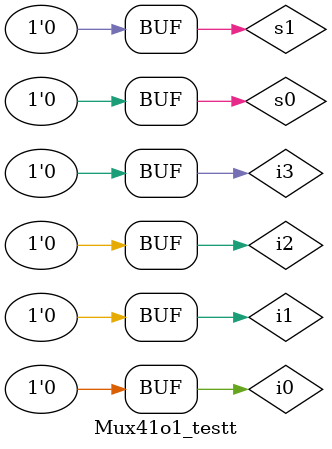
<source format=v>
`timescale 1ns / 1ps


module Mux41o1_testt;

	// Inputs
	reg i0;
	reg i1;
	reg i2;
	reg i3;
	reg s0;
	reg s1;

	// Outputs
	wire outp;

	// Instantiate the Unit Under Test (UUT)
	Mux4to1 uut (
		.i0(i0), 
		.i1(i1), 
		.i2(i2), 
		.i3(i3), 
		.s0(s0), 
		.s1(s1), 
		.outp(outp)
	);

	initial begin
		// Initialize Inputs
		i0 = 1;
		i1 = 0;
		i2 = 0;
		i3 = 0;
		s0 = 0;
		s1 = 0;

	
		#100;
        
		// Add stimulus here
i0 = 0;
		i1 = 1;
		i2 = 0;
		i3 = 1;
		s0 = 0;
		s1 = 1;

	
		#100;
		i0 = 0;
		i1 = 0;
		i2 = 0;
		i3 = 0;
		s0 = 0;
		s1 = 0;

	
		#100;
        
        
	end
      
endmodule


</source>
